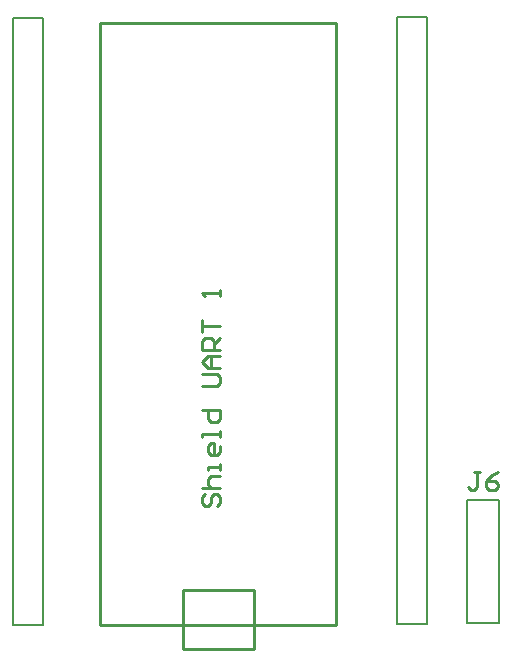
<source format=gto>
G04*
G04 #@! TF.GenerationSoftware,Altium Limited,Altium Designer,19.1.5 (86)*
G04*
G04 Layer_Color=65535*
%FSLAX25Y25*%
%MOIN*%
G70*
G01*
G75*
%ADD10C,0.00787*%
%ADD11C,0.01000*%
D10*
X329705Y9744D02*
Y203307D01*
Y212106D01*
X319705D02*
X329705D01*
X319705Y9744D02*
Y212106D01*
Y9744D02*
X329705D01*
X191752Y18307D02*
Y211870D01*
Y9508D02*
Y18307D01*
Y9508D02*
X201752D01*
Y211870D01*
X191752D02*
X201752D01*
X342815Y10256D02*
X353681D01*
X342815D02*
Y51161D01*
X353681Y10256D02*
Y51161D01*
X342815D02*
X353681D01*
D11*
X220610Y9429D02*
X299350D01*
Y210216D01*
X220610D02*
X299350D01*
X220610Y9429D02*
Y210216D01*
X248169Y1555D02*
Y21240D01*
X271791D01*
Y1555D02*
Y21240D01*
X248169Y1555D02*
X271791D01*
X255533Y53113D02*
X254533Y52113D01*
Y50114D01*
X255533Y49114D01*
X256533D01*
X257533Y50114D01*
Y52113D01*
X258532Y53113D01*
X259532D01*
X260531Y52113D01*
Y50114D01*
X259532Y49114D01*
X254533Y55112D02*
X260531D01*
X257533D01*
X256533Y56112D01*
Y58111D01*
X257533Y59111D01*
X260531D01*
Y61110D02*
Y63110D01*
Y62110D01*
X256533D01*
Y61110D01*
X260531Y69108D02*
Y67108D01*
X259532Y66109D01*
X257533D01*
X256533Y67108D01*
Y69108D01*
X257533Y70107D01*
X258532D01*
Y66109D01*
X260531Y72107D02*
Y74106D01*
Y73106D01*
X254533D01*
Y72107D01*
Y81104D02*
X260531D01*
Y78105D01*
X259532Y77105D01*
X257533D01*
X256533Y78105D01*
Y81104D01*
X254533Y89101D02*
X259532D01*
X260531Y90101D01*
Y92100D01*
X259532Y93100D01*
X254533D01*
X260531Y95099D02*
X256533D01*
X254533Y97099D01*
X256533Y99098D01*
X260531D01*
X257533D01*
Y95099D01*
X260531Y101097D02*
X254533D01*
Y104096D01*
X255533Y105096D01*
X257533D01*
X258532Y104096D01*
Y101097D01*
Y103097D02*
X260531Y105096D01*
X254533Y107095D02*
Y111094D01*
Y109095D01*
X260531D01*
Y119091D02*
Y121091D01*
Y120091D01*
X254533D01*
X255533Y119091D01*
X347431Y60582D02*
X345432D01*
X346431D01*
Y55584D01*
X345432Y54584D01*
X344432D01*
X343432Y55584D01*
X353429Y60582D02*
X351430Y59583D01*
X349430Y57583D01*
Y55584D01*
X350430Y54584D01*
X352429D01*
X353429Y55584D01*
Y56584D01*
X352429Y57583D01*
X349430D01*
M02*

</source>
